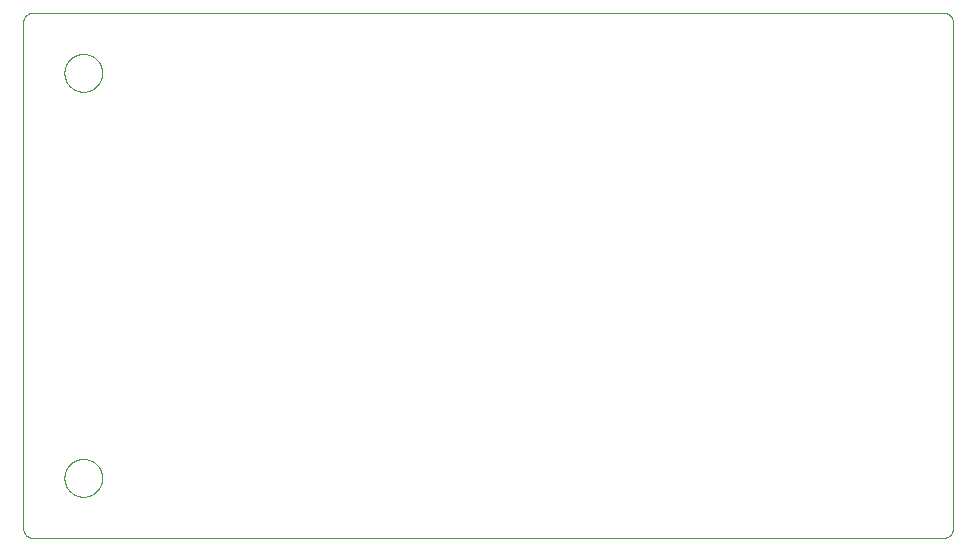
<source format=gko>
G75*
%MOIN*%
%OFA0B0*%
%FSLAX25Y25*%
%IPPOS*%
%LPD*%
%AMOC8*
5,1,8,0,0,1.08239X$1,22.5*
%
%ADD10C,0.00000*%
D10*
X0003125Y0000000D02*
X0306775Y0000000D01*
X0306887Y0000002D01*
X0306998Y0000008D01*
X0307109Y0000018D01*
X0307220Y0000032D01*
X0307330Y0000050D01*
X0307439Y0000071D01*
X0307548Y0000097D01*
X0307655Y0000127D01*
X0307762Y0000160D01*
X0307867Y0000197D01*
X0307971Y0000238D01*
X0308073Y0000282D01*
X0308174Y0000331D01*
X0308273Y0000382D01*
X0308370Y0000437D01*
X0308465Y0000496D01*
X0308557Y0000558D01*
X0308648Y0000623D01*
X0308736Y0000692D01*
X0308821Y0000763D01*
X0308904Y0000838D01*
X0308985Y0000915D01*
X0309062Y0000996D01*
X0309137Y0001079D01*
X0309208Y0001164D01*
X0309277Y0001252D01*
X0309342Y0001343D01*
X0309404Y0001435D01*
X0309463Y0001530D01*
X0309518Y0001627D01*
X0309569Y0001726D01*
X0309618Y0001827D01*
X0309662Y0001929D01*
X0309703Y0002033D01*
X0309740Y0002138D01*
X0309773Y0002245D01*
X0309803Y0002352D01*
X0309829Y0002461D01*
X0309850Y0002570D01*
X0309868Y0002680D01*
X0309882Y0002791D01*
X0309892Y0002902D01*
X0309898Y0003013D01*
X0309900Y0003125D01*
X0309900Y0171875D01*
X0309898Y0171987D01*
X0309892Y0172098D01*
X0309882Y0172209D01*
X0309868Y0172320D01*
X0309850Y0172430D01*
X0309829Y0172539D01*
X0309803Y0172648D01*
X0309773Y0172755D01*
X0309740Y0172862D01*
X0309703Y0172967D01*
X0309662Y0173071D01*
X0309618Y0173173D01*
X0309569Y0173274D01*
X0309518Y0173373D01*
X0309463Y0173470D01*
X0309404Y0173565D01*
X0309342Y0173657D01*
X0309277Y0173748D01*
X0309208Y0173836D01*
X0309137Y0173921D01*
X0309062Y0174004D01*
X0308985Y0174085D01*
X0308904Y0174162D01*
X0308821Y0174237D01*
X0308736Y0174308D01*
X0308648Y0174377D01*
X0308557Y0174442D01*
X0308465Y0174504D01*
X0308370Y0174563D01*
X0308273Y0174618D01*
X0308174Y0174669D01*
X0308073Y0174718D01*
X0307971Y0174762D01*
X0307867Y0174803D01*
X0307762Y0174840D01*
X0307655Y0174873D01*
X0307548Y0174903D01*
X0307439Y0174929D01*
X0307330Y0174950D01*
X0307220Y0174968D01*
X0307109Y0174982D01*
X0306998Y0174992D01*
X0306887Y0174998D01*
X0306775Y0175000D01*
X0003125Y0175000D01*
X0003013Y0174998D01*
X0002902Y0174992D01*
X0002791Y0174982D01*
X0002680Y0174968D01*
X0002570Y0174950D01*
X0002461Y0174929D01*
X0002352Y0174903D01*
X0002245Y0174873D01*
X0002138Y0174840D01*
X0002033Y0174803D01*
X0001929Y0174762D01*
X0001827Y0174718D01*
X0001726Y0174669D01*
X0001627Y0174618D01*
X0001530Y0174563D01*
X0001435Y0174504D01*
X0001343Y0174442D01*
X0001252Y0174377D01*
X0001164Y0174308D01*
X0001079Y0174237D01*
X0000996Y0174162D01*
X0000915Y0174085D01*
X0000838Y0174004D01*
X0000763Y0173921D01*
X0000692Y0173836D01*
X0000623Y0173748D01*
X0000558Y0173657D01*
X0000496Y0173565D01*
X0000437Y0173470D01*
X0000382Y0173373D01*
X0000331Y0173274D01*
X0000282Y0173173D01*
X0000238Y0173071D01*
X0000197Y0172967D01*
X0000160Y0172862D01*
X0000127Y0172755D01*
X0000097Y0172648D01*
X0000071Y0172539D01*
X0000050Y0172430D01*
X0000032Y0172320D01*
X0000018Y0172209D01*
X0000008Y0172098D01*
X0000002Y0171987D01*
X0000000Y0171875D01*
X0000000Y0003125D01*
X0000002Y0003013D01*
X0000008Y0002902D01*
X0000018Y0002791D01*
X0000032Y0002680D01*
X0000050Y0002570D01*
X0000071Y0002461D01*
X0000097Y0002352D01*
X0000127Y0002245D01*
X0000160Y0002138D01*
X0000197Y0002033D01*
X0000238Y0001929D01*
X0000282Y0001827D01*
X0000331Y0001726D01*
X0000382Y0001627D01*
X0000437Y0001530D01*
X0000496Y0001435D01*
X0000558Y0001343D01*
X0000623Y0001252D01*
X0000692Y0001164D01*
X0000763Y0001079D01*
X0000838Y0000996D01*
X0000915Y0000915D01*
X0000996Y0000838D01*
X0001079Y0000763D01*
X0001164Y0000692D01*
X0001252Y0000623D01*
X0001343Y0000558D01*
X0001435Y0000496D01*
X0001530Y0000437D01*
X0001627Y0000382D01*
X0001726Y0000331D01*
X0001827Y0000282D01*
X0001929Y0000238D01*
X0002033Y0000197D01*
X0002138Y0000160D01*
X0002245Y0000127D01*
X0002352Y0000097D01*
X0002461Y0000071D01*
X0002570Y0000050D01*
X0002680Y0000032D01*
X0002791Y0000018D01*
X0002902Y0000008D01*
X0003013Y0000002D01*
X0003125Y0000000D01*
X0013701Y0020000D02*
X0013703Y0020158D01*
X0013709Y0020316D01*
X0013719Y0020474D01*
X0013733Y0020632D01*
X0013751Y0020789D01*
X0013772Y0020946D01*
X0013798Y0021102D01*
X0013828Y0021258D01*
X0013861Y0021413D01*
X0013899Y0021566D01*
X0013940Y0021719D01*
X0013985Y0021871D01*
X0014034Y0022022D01*
X0014087Y0022171D01*
X0014143Y0022319D01*
X0014203Y0022465D01*
X0014267Y0022610D01*
X0014335Y0022753D01*
X0014406Y0022895D01*
X0014480Y0023035D01*
X0014558Y0023172D01*
X0014640Y0023308D01*
X0014724Y0023442D01*
X0014813Y0023573D01*
X0014904Y0023702D01*
X0014999Y0023829D01*
X0015096Y0023954D01*
X0015197Y0024076D01*
X0015301Y0024195D01*
X0015408Y0024312D01*
X0015518Y0024426D01*
X0015631Y0024537D01*
X0015746Y0024646D01*
X0015864Y0024751D01*
X0015985Y0024853D01*
X0016108Y0024953D01*
X0016234Y0025049D01*
X0016362Y0025142D01*
X0016492Y0025232D01*
X0016625Y0025318D01*
X0016760Y0025402D01*
X0016896Y0025481D01*
X0017035Y0025558D01*
X0017176Y0025630D01*
X0017318Y0025700D01*
X0017462Y0025765D01*
X0017608Y0025827D01*
X0017755Y0025885D01*
X0017904Y0025940D01*
X0018054Y0025991D01*
X0018205Y0026038D01*
X0018357Y0026081D01*
X0018510Y0026120D01*
X0018665Y0026156D01*
X0018820Y0026187D01*
X0018976Y0026215D01*
X0019132Y0026239D01*
X0019289Y0026259D01*
X0019447Y0026275D01*
X0019604Y0026287D01*
X0019763Y0026295D01*
X0019921Y0026299D01*
X0020079Y0026299D01*
X0020237Y0026295D01*
X0020396Y0026287D01*
X0020553Y0026275D01*
X0020711Y0026259D01*
X0020868Y0026239D01*
X0021024Y0026215D01*
X0021180Y0026187D01*
X0021335Y0026156D01*
X0021490Y0026120D01*
X0021643Y0026081D01*
X0021795Y0026038D01*
X0021946Y0025991D01*
X0022096Y0025940D01*
X0022245Y0025885D01*
X0022392Y0025827D01*
X0022538Y0025765D01*
X0022682Y0025700D01*
X0022824Y0025630D01*
X0022965Y0025558D01*
X0023104Y0025481D01*
X0023240Y0025402D01*
X0023375Y0025318D01*
X0023508Y0025232D01*
X0023638Y0025142D01*
X0023766Y0025049D01*
X0023892Y0024953D01*
X0024015Y0024853D01*
X0024136Y0024751D01*
X0024254Y0024646D01*
X0024369Y0024537D01*
X0024482Y0024426D01*
X0024592Y0024312D01*
X0024699Y0024195D01*
X0024803Y0024076D01*
X0024904Y0023954D01*
X0025001Y0023829D01*
X0025096Y0023702D01*
X0025187Y0023573D01*
X0025276Y0023442D01*
X0025360Y0023308D01*
X0025442Y0023172D01*
X0025520Y0023035D01*
X0025594Y0022895D01*
X0025665Y0022753D01*
X0025733Y0022610D01*
X0025797Y0022465D01*
X0025857Y0022319D01*
X0025913Y0022171D01*
X0025966Y0022022D01*
X0026015Y0021871D01*
X0026060Y0021719D01*
X0026101Y0021566D01*
X0026139Y0021413D01*
X0026172Y0021258D01*
X0026202Y0021102D01*
X0026228Y0020946D01*
X0026249Y0020789D01*
X0026267Y0020632D01*
X0026281Y0020474D01*
X0026291Y0020316D01*
X0026297Y0020158D01*
X0026299Y0020000D01*
X0026297Y0019842D01*
X0026291Y0019684D01*
X0026281Y0019526D01*
X0026267Y0019368D01*
X0026249Y0019211D01*
X0026228Y0019054D01*
X0026202Y0018898D01*
X0026172Y0018742D01*
X0026139Y0018587D01*
X0026101Y0018434D01*
X0026060Y0018281D01*
X0026015Y0018129D01*
X0025966Y0017978D01*
X0025913Y0017829D01*
X0025857Y0017681D01*
X0025797Y0017535D01*
X0025733Y0017390D01*
X0025665Y0017247D01*
X0025594Y0017105D01*
X0025520Y0016965D01*
X0025442Y0016828D01*
X0025360Y0016692D01*
X0025276Y0016558D01*
X0025187Y0016427D01*
X0025096Y0016298D01*
X0025001Y0016171D01*
X0024904Y0016046D01*
X0024803Y0015924D01*
X0024699Y0015805D01*
X0024592Y0015688D01*
X0024482Y0015574D01*
X0024369Y0015463D01*
X0024254Y0015354D01*
X0024136Y0015249D01*
X0024015Y0015147D01*
X0023892Y0015047D01*
X0023766Y0014951D01*
X0023638Y0014858D01*
X0023508Y0014768D01*
X0023375Y0014682D01*
X0023240Y0014598D01*
X0023104Y0014519D01*
X0022965Y0014442D01*
X0022824Y0014370D01*
X0022682Y0014300D01*
X0022538Y0014235D01*
X0022392Y0014173D01*
X0022245Y0014115D01*
X0022096Y0014060D01*
X0021946Y0014009D01*
X0021795Y0013962D01*
X0021643Y0013919D01*
X0021490Y0013880D01*
X0021335Y0013844D01*
X0021180Y0013813D01*
X0021024Y0013785D01*
X0020868Y0013761D01*
X0020711Y0013741D01*
X0020553Y0013725D01*
X0020396Y0013713D01*
X0020237Y0013705D01*
X0020079Y0013701D01*
X0019921Y0013701D01*
X0019763Y0013705D01*
X0019604Y0013713D01*
X0019447Y0013725D01*
X0019289Y0013741D01*
X0019132Y0013761D01*
X0018976Y0013785D01*
X0018820Y0013813D01*
X0018665Y0013844D01*
X0018510Y0013880D01*
X0018357Y0013919D01*
X0018205Y0013962D01*
X0018054Y0014009D01*
X0017904Y0014060D01*
X0017755Y0014115D01*
X0017608Y0014173D01*
X0017462Y0014235D01*
X0017318Y0014300D01*
X0017176Y0014370D01*
X0017035Y0014442D01*
X0016896Y0014519D01*
X0016760Y0014598D01*
X0016625Y0014682D01*
X0016492Y0014768D01*
X0016362Y0014858D01*
X0016234Y0014951D01*
X0016108Y0015047D01*
X0015985Y0015147D01*
X0015864Y0015249D01*
X0015746Y0015354D01*
X0015631Y0015463D01*
X0015518Y0015574D01*
X0015408Y0015688D01*
X0015301Y0015805D01*
X0015197Y0015924D01*
X0015096Y0016046D01*
X0014999Y0016171D01*
X0014904Y0016298D01*
X0014813Y0016427D01*
X0014724Y0016558D01*
X0014640Y0016692D01*
X0014558Y0016828D01*
X0014480Y0016965D01*
X0014406Y0017105D01*
X0014335Y0017247D01*
X0014267Y0017390D01*
X0014203Y0017535D01*
X0014143Y0017681D01*
X0014087Y0017829D01*
X0014034Y0017978D01*
X0013985Y0018129D01*
X0013940Y0018281D01*
X0013899Y0018434D01*
X0013861Y0018587D01*
X0013828Y0018742D01*
X0013798Y0018898D01*
X0013772Y0019054D01*
X0013751Y0019211D01*
X0013733Y0019368D01*
X0013719Y0019526D01*
X0013709Y0019684D01*
X0013703Y0019842D01*
X0013701Y0020000D01*
X0013701Y0155000D02*
X0013703Y0155158D01*
X0013709Y0155316D01*
X0013719Y0155474D01*
X0013733Y0155632D01*
X0013751Y0155789D01*
X0013772Y0155946D01*
X0013798Y0156102D01*
X0013828Y0156258D01*
X0013861Y0156413D01*
X0013899Y0156566D01*
X0013940Y0156719D01*
X0013985Y0156871D01*
X0014034Y0157022D01*
X0014087Y0157171D01*
X0014143Y0157319D01*
X0014203Y0157465D01*
X0014267Y0157610D01*
X0014335Y0157753D01*
X0014406Y0157895D01*
X0014480Y0158035D01*
X0014558Y0158172D01*
X0014640Y0158308D01*
X0014724Y0158442D01*
X0014813Y0158573D01*
X0014904Y0158702D01*
X0014999Y0158829D01*
X0015096Y0158954D01*
X0015197Y0159076D01*
X0015301Y0159195D01*
X0015408Y0159312D01*
X0015518Y0159426D01*
X0015631Y0159537D01*
X0015746Y0159646D01*
X0015864Y0159751D01*
X0015985Y0159853D01*
X0016108Y0159953D01*
X0016234Y0160049D01*
X0016362Y0160142D01*
X0016492Y0160232D01*
X0016625Y0160318D01*
X0016760Y0160402D01*
X0016896Y0160481D01*
X0017035Y0160558D01*
X0017176Y0160630D01*
X0017318Y0160700D01*
X0017462Y0160765D01*
X0017608Y0160827D01*
X0017755Y0160885D01*
X0017904Y0160940D01*
X0018054Y0160991D01*
X0018205Y0161038D01*
X0018357Y0161081D01*
X0018510Y0161120D01*
X0018665Y0161156D01*
X0018820Y0161187D01*
X0018976Y0161215D01*
X0019132Y0161239D01*
X0019289Y0161259D01*
X0019447Y0161275D01*
X0019604Y0161287D01*
X0019763Y0161295D01*
X0019921Y0161299D01*
X0020079Y0161299D01*
X0020237Y0161295D01*
X0020396Y0161287D01*
X0020553Y0161275D01*
X0020711Y0161259D01*
X0020868Y0161239D01*
X0021024Y0161215D01*
X0021180Y0161187D01*
X0021335Y0161156D01*
X0021490Y0161120D01*
X0021643Y0161081D01*
X0021795Y0161038D01*
X0021946Y0160991D01*
X0022096Y0160940D01*
X0022245Y0160885D01*
X0022392Y0160827D01*
X0022538Y0160765D01*
X0022682Y0160700D01*
X0022824Y0160630D01*
X0022965Y0160558D01*
X0023104Y0160481D01*
X0023240Y0160402D01*
X0023375Y0160318D01*
X0023508Y0160232D01*
X0023638Y0160142D01*
X0023766Y0160049D01*
X0023892Y0159953D01*
X0024015Y0159853D01*
X0024136Y0159751D01*
X0024254Y0159646D01*
X0024369Y0159537D01*
X0024482Y0159426D01*
X0024592Y0159312D01*
X0024699Y0159195D01*
X0024803Y0159076D01*
X0024904Y0158954D01*
X0025001Y0158829D01*
X0025096Y0158702D01*
X0025187Y0158573D01*
X0025276Y0158442D01*
X0025360Y0158308D01*
X0025442Y0158172D01*
X0025520Y0158035D01*
X0025594Y0157895D01*
X0025665Y0157753D01*
X0025733Y0157610D01*
X0025797Y0157465D01*
X0025857Y0157319D01*
X0025913Y0157171D01*
X0025966Y0157022D01*
X0026015Y0156871D01*
X0026060Y0156719D01*
X0026101Y0156566D01*
X0026139Y0156413D01*
X0026172Y0156258D01*
X0026202Y0156102D01*
X0026228Y0155946D01*
X0026249Y0155789D01*
X0026267Y0155632D01*
X0026281Y0155474D01*
X0026291Y0155316D01*
X0026297Y0155158D01*
X0026299Y0155000D01*
X0026297Y0154842D01*
X0026291Y0154684D01*
X0026281Y0154526D01*
X0026267Y0154368D01*
X0026249Y0154211D01*
X0026228Y0154054D01*
X0026202Y0153898D01*
X0026172Y0153742D01*
X0026139Y0153587D01*
X0026101Y0153434D01*
X0026060Y0153281D01*
X0026015Y0153129D01*
X0025966Y0152978D01*
X0025913Y0152829D01*
X0025857Y0152681D01*
X0025797Y0152535D01*
X0025733Y0152390D01*
X0025665Y0152247D01*
X0025594Y0152105D01*
X0025520Y0151965D01*
X0025442Y0151828D01*
X0025360Y0151692D01*
X0025276Y0151558D01*
X0025187Y0151427D01*
X0025096Y0151298D01*
X0025001Y0151171D01*
X0024904Y0151046D01*
X0024803Y0150924D01*
X0024699Y0150805D01*
X0024592Y0150688D01*
X0024482Y0150574D01*
X0024369Y0150463D01*
X0024254Y0150354D01*
X0024136Y0150249D01*
X0024015Y0150147D01*
X0023892Y0150047D01*
X0023766Y0149951D01*
X0023638Y0149858D01*
X0023508Y0149768D01*
X0023375Y0149682D01*
X0023240Y0149598D01*
X0023104Y0149519D01*
X0022965Y0149442D01*
X0022824Y0149370D01*
X0022682Y0149300D01*
X0022538Y0149235D01*
X0022392Y0149173D01*
X0022245Y0149115D01*
X0022096Y0149060D01*
X0021946Y0149009D01*
X0021795Y0148962D01*
X0021643Y0148919D01*
X0021490Y0148880D01*
X0021335Y0148844D01*
X0021180Y0148813D01*
X0021024Y0148785D01*
X0020868Y0148761D01*
X0020711Y0148741D01*
X0020553Y0148725D01*
X0020396Y0148713D01*
X0020237Y0148705D01*
X0020079Y0148701D01*
X0019921Y0148701D01*
X0019763Y0148705D01*
X0019604Y0148713D01*
X0019447Y0148725D01*
X0019289Y0148741D01*
X0019132Y0148761D01*
X0018976Y0148785D01*
X0018820Y0148813D01*
X0018665Y0148844D01*
X0018510Y0148880D01*
X0018357Y0148919D01*
X0018205Y0148962D01*
X0018054Y0149009D01*
X0017904Y0149060D01*
X0017755Y0149115D01*
X0017608Y0149173D01*
X0017462Y0149235D01*
X0017318Y0149300D01*
X0017176Y0149370D01*
X0017035Y0149442D01*
X0016896Y0149519D01*
X0016760Y0149598D01*
X0016625Y0149682D01*
X0016492Y0149768D01*
X0016362Y0149858D01*
X0016234Y0149951D01*
X0016108Y0150047D01*
X0015985Y0150147D01*
X0015864Y0150249D01*
X0015746Y0150354D01*
X0015631Y0150463D01*
X0015518Y0150574D01*
X0015408Y0150688D01*
X0015301Y0150805D01*
X0015197Y0150924D01*
X0015096Y0151046D01*
X0014999Y0151171D01*
X0014904Y0151298D01*
X0014813Y0151427D01*
X0014724Y0151558D01*
X0014640Y0151692D01*
X0014558Y0151828D01*
X0014480Y0151965D01*
X0014406Y0152105D01*
X0014335Y0152247D01*
X0014267Y0152390D01*
X0014203Y0152535D01*
X0014143Y0152681D01*
X0014087Y0152829D01*
X0014034Y0152978D01*
X0013985Y0153129D01*
X0013940Y0153281D01*
X0013899Y0153434D01*
X0013861Y0153587D01*
X0013828Y0153742D01*
X0013798Y0153898D01*
X0013772Y0154054D01*
X0013751Y0154211D01*
X0013733Y0154368D01*
X0013719Y0154526D01*
X0013709Y0154684D01*
X0013703Y0154842D01*
X0013701Y0155000D01*
M02*

</source>
